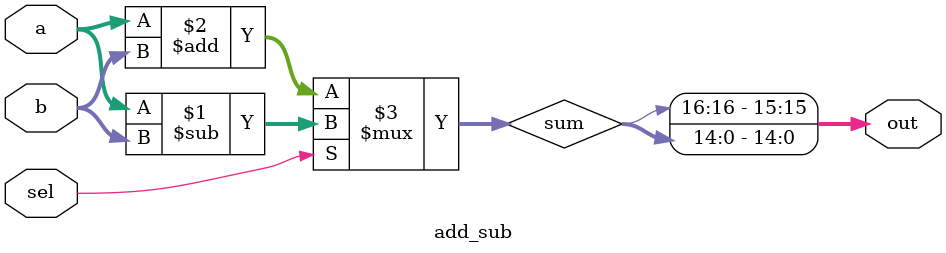
<source format=v>
`timescale 1ns / 1ps


module add_sub #(parameter WIDTH = 15)(
input signed [WIDTH:0] a,b,
input sel, 
output signed [WIDTH:0] out
);

wire [WIDTH+1:0] sum;
assign sum = sel?a-b:a+b;
assign out = {sum[WIDTH+1],sum[WIDTH-1:0]};

endmodule

</source>
